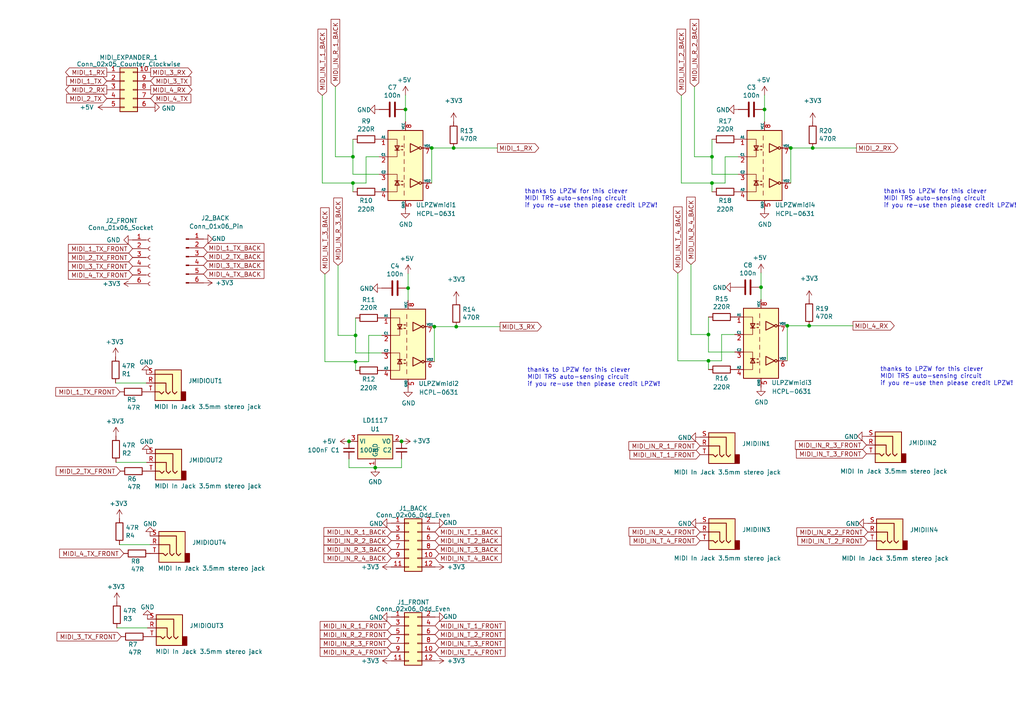
<source format=kicad_sch>
(kicad_sch (version 20230121) (generator eeschema)
  (paper "A4")
  (lib_symbols
    (symbol "CV12 Feb 22 with lpzw midi 5v-rescue:AudioJack3-Connector"
      (property "Reference" "J" (at 0 8.89 0))
      (property "Value" "Connector_AudioJack3" (at 0 6.35 0))
      (symbol "AudioJack3-Connector_0_1"
        (rectangle (start -5.08 -5.08) (end -6.35 -2.54) (stroke (width 0.254)) (fill (type outline)))
        (polyline (pts (xy 0 -2.54) (xy 0.635 -3.175) (xy 1.27 -2.54) (xy 2.54 -2.54)) (stroke (width 0.254)))
        (polyline (pts (xy -1.905 -2.54) (xy -1.27 -3.175) (xy -0.635 -2.54) (xy -0.635 0) (xy 2.54 0)) (stroke (width 0.254)))
        (polyline (pts (xy 2.54 2.54) (xy -2.54 2.54) (xy -2.54 -2.54) (xy -3.175 -3.175) (xy -3.81 -2.54)) (stroke (width 0.254)))
        (rectangle (start 2.54 3.81) (end -5.08 -5.08) (stroke (width 0.254)) (fill (type background)))
      )
      (symbol "AudioJack3-Connector_1_1"
        (pin passive line (at 5.08 0 180) (length 2.54) (name "~") (number "R"))
        (pin passive line (at 5.08 2.54 180) (length 2.54) (name "~") (number "S"))
        (pin passive line (at 5.08 -2.54 180) (length 2.54) (name "~") (number "T"))
      )
    )
    (symbol "Connector:Conn_01x06_Pin" (pin_names (offset 1.016) hide)
      (property "Reference" "J" (at 0 7.62 0))
      (property "Value" "Conn_01x06_Pin" (at 0 -10.16 0))
      (symbol "Conn_01x06_Pin_1_1"
        (polyline (pts (xy 1.27 -7.62) (xy 0.8636 -7.62)) (stroke (width 0.1524)))
        (polyline (pts (xy 1.27 -5.08) (xy 0.8636 -5.08)) (stroke (width 0.1524)))
        (polyline (pts (xy 1.27 -2.54) (xy 0.8636 -2.54)) (stroke (width 0.1524)))
        (polyline (pts (xy 1.27 0) (xy 0.8636 0)) (stroke (width 0.1524)))
        (polyline (pts (xy 1.27 2.54) (xy 0.8636 2.54)) (stroke (width 0.1524)))
        (polyline (pts (xy 1.27 5.08) (xy 0.8636 5.08)) (stroke (width 0.1524)))
        (rectangle (start 0.8636 -7.493) (end 0 -7.747) (stroke (width 0.1524)) (fill (type outline)))
        (rectangle (start 0.8636 -4.953) (end 0 -5.207) (stroke (width 0.1524)) (fill (type outline)))
        (rectangle (start 0.8636 -2.413) (end 0 -2.667) (stroke (width 0.1524)) (fill (type outline)))
        (rectangle (start 0.8636 0.127) (end 0 -0.127) (stroke (width 0.1524)) (fill (type outline)))
        (rectangle (start 0.8636 2.667) (end 0 2.413) (stroke (width 0.1524)) (fill (type outline)))
        (rectangle (start 0.8636 5.207) (end 0 4.953) (stroke (width 0.1524)) (fill (type outline)))
        (pin passive line (at 5.08 5.08 180) (length 3.81) (name "Pin_1") (number "1"))
        (pin passive line (at 5.08 2.54 180) (length 3.81) (name "Pin_2") (number "2"))
        (pin passive line (at 5.08 0 180) (length 3.81) (name "Pin_3") (number "3"))
        (pin passive line (at 5.08 -2.54 180) (length 3.81) (name "Pin_4") (number "4"))
        (pin passive line (at 5.08 -5.08 180) (length 3.81) (name "Pin_5") (number "5"))
        (pin passive line (at 5.08 -7.62 180) (length 3.81) (name "Pin_6") (number "6"))
      )
    )
    (symbol "Connector:Conn_01x06_Socket" (pin_names (offset 1.016) hide)
      (property "Reference" "J" (at 0 7.62 0))
      (property "Value" "Conn_01x06_Socket" (at 0 -10.16 0))
      (symbol "Conn_01x06_Socket_1_1"
        (arc (start 0 -7.112) (mid -0.5058 -7.62) (end 0 -8.128) (stroke (width 0.1524)))
        (arc (start 0 -4.572) (mid -0.5058 -5.08) (end 0 -5.588) (stroke (width 0.1524)))
        (arc (start 0 -2.032) (mid -0.5058 -2.54) (end 0 -3.048) (stroke (width 0.1524)))
        (polyline (pts (xy -1.27 -7.62) (xy -0.508 -7.62)) (stroke (width 0.1524)))
        (polyline (pts (xy -1.27 -5.08) (xy -0.508 -5.08)) (stroke (width 0.1524)))
        (polyline (pts (xy -1.27 -2.54) (xy -0.508 -2.54)) (stroke (width 0.1524)))
        (polyline (pts (xy -1.27 0) (xy -0.508 0)) (stroke (width 0.1524)))
        (polyline (pts (xy -1.27 2.54) (xy -0.508 2.54)) (stroke (width 0.1524)))
        (polyline (pts (xy -1.27 5.08) (xy -0.508 5.08)) (stroke (width 0.1524)))
        (arc (start 0 0.508) (mid -0.5058 0) (end 0 -0.508) (stroke (width 0.1524)))
        (arc (start 0 3.048) (mid -0.5058 2.54) (end 0 2.032) (stroke (width 0.1524)))
        (arc (start 0 5.588) (mid -0.5058 5.08) (end 0 4.572) (stroke (width 0.1524)))
        (pin passive line (at -5.08 5.08 0) (length 3.81) (name "Pin_1") (number "1"))
        (pin passive line (at -5.08 2.54 0) (length 3.81) (name "Pin_2") (number "2"))
        (pin passive line (at -5.08 0 0) (length 3.81) (name "Pin_3") (number "3"))
        (pin passive line (at -5.08 -2.54 0) (length 3.81) (name "Pin_4") (number "4"))
        (pin passive line (at -5.08 -5.08 0) (length 3.81) (name "Pin_5") (number "5"))
        (pin passive line (at -5.08 -7.62 0) (length 3.81) (name "Pin_6") (number "6"))
      )
    )
    (symbol "Connector_Generic:Conn_02x05_Counter_Clockwise" (pin_names (offset 1.016) hide)
      (property "Reference" "J" (at 1.27 7.62 0))
      (property "Value" "Conn_02x05_Counter_Clockwise" (at 1.27 -7.62 0))
      (symbol "Conn_02x05_Counter_Clockwise_1_1"
        (rectangle (start -1.27 -4.953) (end 0 -5.207) (stroke (width 0.1524)))
        (rectangle (start -1.27 -2.413) (end 0 -2.667) (stroke (width 0.1524)))
        (rectangle (start -1.27 0.127) (end 0 -0.127) (stroke (width 0.1524)))
        (rectangle (start -1.27 2.667) (end 0 2.413) (stroke (width 0.1524)))
        (rectangle (start -1.27 5.207) (end 0 4.953) (stroke (width 0.1524)))
        (rectangle (start -1.27 6.35) (end 3.81 -6.35) (stroke (width 0.254)) (fill (type background)))
        (rectangle (start 3.81 -4.953) (end 2.54 -5.207) (stroke (width 0.1524)))
        (rectangle (start 3.81 -2.413) (end 2.54 -2.667) (stroke (width 0.1524)))
        (rectangle (start 3.81 0.127) (end 2.54 -0.127) (stroke (width 0.1524)))
        (rectangle (start 3.81 2.667) (end 2.54 2.413) (stroke (width 0.1524)))
        (rectangle (start 3.81 5.207) (end 2.54 4.953) (stroke (width 0.1524)))
        (pin passive line (at -5.08 5.08 0) (length 3.81) (name "Pin_1") (number "1"))
        (pin passive line (at 7.62 5.08 180) (length 3.81) (name "Pin_10") (number "10"))
        (pin passive line (at -5.08 2.54 0) (length 3.81) (name "Pin_2") (number "2"))
        (pin passive line (at -5.08 0 0) (length 3.81) (name "Pin_3") (number "3"))
        (pin passive line (at -5.08 -2.54 0) (length 3.81) (name "Pin_4") (number "4"))
        (pin passive line (at -5.08 -5.08 0) (length 3.81) (name "Pin_5") (number "5"))
        (pin passive line (at 7.62 -5.08 180) (length 3.81) (name "Pin_6") (number "6"))
        (pin passive line (at 7.62 -2.54 180) (length 3.81) (name "Pin_7") (number "7"))
        (pin passive line (at 7.62 0 180) (length 3.81) (name "Pin_8") (number "8"))
        (pin passive line (at 7.62 2.54 180) (length 3.81) (name "Pin_9") (number "9"))
      )
    )
    (symbol "Connector_Generic:Conn_02x06_Odd_Even" (pin_names (offset 1.016) hide)
      (property "Reference" "J" (at 1.27 7.62 0))
      (property "Value" "Conn_02x06_Odd_Even" (at 1.27 -10.16 0))
      (symbol "Conn_02x06_Odd_Even_1_1"
        (rectangle (start -1.27 -7.493) (end 0 -7.747) (stroke (width 0.1524)))
        (rectangle (start -1.27 -4.953) (end 0 -5.207) (stroke (width 0.1524)))
        (rectangle (start -1.27 -2.413) (end 0 -2.667) (stroke (width 0.1524)))
        (rectangle (start -1.27 0.127) (end 0 -0.127) (stroke (width 0.1524)))
        (rectangle (start -1.27 2.667) (end 0 2.413) (stroke (width 0.1524)))
        (rectangle (start -1.27 5.207) (end 0 4.953) (stroke (width 0.1524)))
        (rectangle (start -1.27 6.35) (end 3.81 -8.89) (stroke (width 0.254)) (fill (type background)))
        (rectangle (start 3.81 -7.493) (end 2.54 -7.747) (stroke (width 0.1524)))
        (rectangle (start 3.81 -4.953) (end 2.54 -5.207) (stroke (width 0.1524)))
        (rectangle (start 3.81 -2.413) (end 2.54 -2.667) (stroke (width 0.1524)))
        (rectangle (start 3.81 0.127) (end 2.54 -0.127) (stroke (width 0.1524)))
        (rectangle (start 3.81 2.667) (end 2.54 2.413) (stroke (width 0.1524)))
        (rectangle (start 3.81 5.207) (end 2.54 4.953) (stroke (width 0.1524)))
        (pin passive line (at -5.08 5.08 0) (length 3.81) (name "Pin_1") (number "1"))
        (pin passive line (at 7.62 -5.08 180) (length 3.81) (name "Pin_10") (number "10"))
        (pin passive line (at -5.08 -7.62 0) (length 3.81) (name "Pin_11") (number "11"))
        (pin passive line (at 7.62 -7.62 180) (length 3.81) (name "Pin_12") (number "12"))
        (pin passive line (at 7.62 5.08 180) (length 3.81) (name "Pin_2") (number "2"))
        (pin passive line (at -5.08 2.54 0) (length 3.81) (name "Pin_3") (number "3"))
        (pin passive line (at 7.62 2.54 180) (length 3.81) (name "Pin_4") (number "4"))
        (pin passive line (at -5.08 0 0) (length 3.81) (name "Pin_5") (number "5"))
        (pin passive line (at 7.62 0 180) (length 3.81) (name "Pin_6") (number "6"))
        (pin passive line (at -5.08 -2.54 0) (length 3.81) (name "Pin_7") (number "7"))
        (pin passive line (at 7.62 -2.54 180) (length 3.81) (name "Pin_8") (number "8"))
        (pin passive line (at -5.08 -5.08 0) (length 3.81) (name "Pin_9") (number "9"))
      )
    )
    (symbol "Device:C" (pin_numbers hide) (pin_names (offset 0.254))
      (property "Reference" "C" (at 0.635 2.54 0))
      (property "Value" "C" (at 0.635 -2.54 0))
      (symbol "C_0_1"
        (polyline (pts (xy -2.032 -0.762) (xy 2.032 -0.762)) (stroke (width 0.508)))
        (polyline (pts (xy -2.032 0.762) (xy 2.032 0.762)) (stroke (width 0.508)))
      )
      (symbol "C_1_1"
        (pin passive line (at 0 3.81 270) (length 2.794) (name "~") (number "1"))
        (pin passive line (at 0 -3.81 90) (length 2.794) (name "~") (number "2"))
      )
    )
    (symbol "Device:C_Small" (pin_numbers hide) (pin_names (offset 0.254) hide)
      (property "Reference" "C" (at 0.254 1.778 0))
      (property "Value" "C_Small" (at 0.254 -2.032 0))
      (symbol "C_Small_0_1"
        (polyline (pts (xy -1.524 -0.508) (xy 1.524 -0.508)) (stroke (width 0.3302)))
        (polyline (pts (xy -1.524 0.508) (xy 1.524 0.508)) (stroke (width 0.3048)))
      )
      (symbol "C_Small_1_1"
        (pin passive line (at 0 2.54 270) (length 2.032) (name "~") (number "1"))
        (pin passive line (at 0 -2.54 90) (length 2.032) (name "~") (number "2"))
      )
    )
    (symbol "Device:R" (pin_numbers hide) (pin_names (offset 0))
      (property "Reference" "R" (at 2.032 0 90))
      (property "Value" "R" (at 0 0 90))
      (symbol "R_0_1"
        (rectangle (start -1.016 -2.54) (end 1.016 2.54) (stroke (width 0.254)))
      )
      (symbol "R_1_1"
        (pin passive line (at 0 3.81 270) (length 1.27) (name "~") (number "1"))
        (pin passive line (at 0 -3.81 90) (length 1.27) (name "~") (number "2"))
      )
    )
    (symbol "Isolator:HCPL-0631" (pin_names (offset 0))
      (property "Reference" "U" (at -4.064 11.43 0))
      (property "Value" "HCPL-0631" (at 7.874 11.43 0))
      (symbol "HCPL-0631_0_1"
        (rectangle (start -5.08 10.16) (end 5.08 -10.16) (stroke (width 0.254)) (fill (type background)))
      )
      (symbol "HCPL-0631_1_1"
        (polyline (pts (xy -3.048 -4.445) (xy -1.778 -4.445)) (stroke (width 0.254)))
        (polyline (pts (xy -3.048 4.445) (xy -1.778 4.445)) (stroke (width 0.254)))
        (polyline (pts (xy -0.381 -7.366) (xy -0.381 -8.636)))
        (polyline (pts (xy -0.381 -5.08) (xy -0.381 -6.35)))
        (polyline (pts (xy -0.381 -2.794) (xy -0.381 -4.064)))
        (polyline (pts (xy -0.381 -0.508) (xy -0.381 -1.778)))
        (polyline (pts (xy -0.381 1.778) (xy -0.381 0.508)))
        (polyline (pts (xy -0.381 4.064) (xy -0.381 2.794)))
        (polyline (pts (xy -0.381 6.35) (xy -0.381 5.08)))
        (polyline (pts (xy -0.381 8.636) (xy -0.381 7.366)))
        (polyline (pts (xy 4.699 -5.08) (xy 5.207 -5.08)) (stroke (width 0.254)))
        (polyline (pts (xy 4.699 5.08) (xy 5.334 5.08)) (stroke (width 0.254)))
        (polyline (pts (xy -4.953 -7.62) (xy -2.413 -7.62) (xy -2.413 -5.715)))
        (polyline (pts (xy -4.953 7.62) (xy -2.413 7.62) (xy -2.413 4.318)))
        (polyline (pts (xy -2.413 -5.842) (xy -2.413 -2.54) (xy -4.953 -2.54)))
        (polyline (pts (xy -2.413 4.445) (xy -2.413 2.54) (xy -4.953 2.54)))
        (polyline (pts (xy -2.413 -4.445) (xy -3.048 -5.715) (xy -1.778 -5.715) (xy -2.413 -4.445)) (stroke (width 0.254)))
        (polyline (pts (xy -2.413 4.445) (xy -3.048 5.715) (xy -1.778 5.715) (xy -2.413 4.445)) (stroke (width 0.254)))
        (polyline (pts (xy 3.937 -5.08) (xy 1.397 -3.81) (xy 1.397 -6.35) (xy 3.937 -5.08)) (stroke (width 0.254)))
        (polyline (pts (xy 3.937 5.08) (xy 1.397 6.35) (xy 1.397 3.81) (xy 3.937 5.08)) (stroke (width 0.254)))
        (polyline (pts (xy -1.397 -5.588) (xy -0.635 -5.588) (xy -1.016 -5.715) (xy -1.016 -5.461) (xy -0.635 -5.588)) (stroke (width 0.127)))
        (polyline (pts (xy -1.397 -4.572) (xy -0.635 -4.572) (xy -1.016 -4.699) (xy -1.016 -4.445) (xy -0.635 -4.572)) (stroke (width 0.127)))
        (polyline (pts (xy -1.397 4.572) (xy -0.635 4.572) (xy -1.016 4.445) (xy -1.016 4.699) (xy -0.635 4.572)) (stroke (width 0.127)))
        (polyline (pts (xy -1.397 5.588) (xy -0.635 5.588) (xy -1.016 5.461) (xy -1.016 5.715) (xy -0.635 5.588)) (stroke (width 0.127)))
        (circle (center 4.318 -5.08) (radius 0.3556) (stroke (width 0.254)))
        (circle (center 4.318 5.08) (radius 0.3556) (stroke (width 0.254)))
        (pin passive line (at -7.62 7.62 0) (length 2.54) (name "A1") (number "1"))
        (pin passive line (at -7.62 2.54 0) (length 2.54) (name "C1") (number "2"))
        (pin passive line (at -7.62 -2.54 0) (length 2.54) (name "C2") (number "3"))
        (pin passive line (at -7.62 -7.62 0) (length 2.54) (name "A2") (number "4"))
        (pin power_in line (at 0 -12.7 90) (length 2.54) (name "GND") (number "5"))
        (pin open_collector line (at 7.62 -5.08 180) (length 2.54) (name "VO2") (number "6"))
        (pin open_collector line (at 7.62 5.08 180) (length 2.54) (name "VO1") (number "7"))
        (pin power_in line (at 0 12.7 270) (length 2.54) (name "VCC") (number "8"))
      )
    )
    (symbol "Regulator_Linear:LD1117S33TR_SOT223"
      (property "Reference" "U" (at -3.81 3.175 0))
      (property "Value" "LD1117S33TR_SOT223" (at 0 3.175 0))
      (symbol "LD1117S33TR_SOT223_0_1"
        (rectangle (start -5.08 -5.08) (end 5.08 1.905) (stroke (width 0.254)) (fill (type background)))
      )
      (symbol "LD1117S33TR_SOT223_1_1"
        (pin power_in line (at 0 -7.62 90) (length 2.54) (name "GND") (number "1"))
        (pin power_out line (at 7.62 0 180) (length 2.54) (name "VO") (number "2"))
        (pin power_in line (at -7.62 0 0) (length 2.54) (name "VI") (number "3"))
      )
    )
    (symbol "power:+3V3" (power) (pin_names (offset 0))
      (property "Value" "+3V3" (at 0 3.556 0))
      (symbol "+3V3_0_1"
        (polyline (pts (xy -0.762 1.27) (xy 0 2.54)))
        (polyline (pts (xy 0 0) (xy 0 2.54)))
        (polyline (pts (xy 0 2.54) (xy 0.762 1.27)))
      )
      (symbol "+3V3_1_1"
        (pin power_in line (at 0 0 90) (length 0) hide (name "+3V3") (number "1"))
      )
    )
    (symbol "power:+5V" (power) (pin_names (offset 0))
      (property "Value" "+5V" (at 0 3.556 0))
      (symbol "+5V_0_1"
        (polyline (pts (xy -0.762 1.27) (xy 0 2.54)))
        (polyline (pts (xy 0 0) (xy 0 2.54)))
        (polyline (pts (xy 0 2.54) (xy 0.762 1.27)))
      )
      (symbol "+5V_1_1"
        (pin power_in line (at 0 0 90) (length 0) hide (name "+5V") (number "1"))
      )
    )
    (symbol "power:GND" (power) (pin_names (offset 0))
      (property "Value" "GND" (at 0 -3.81 0))
      (symbol "GND_0_1"
        (polyline (pts (xy 0 0) (xy 0 -1.27) (xy 1.27 -1.27) (xy 0 -2.54) (xy -1.27 -1.27) (xy 0 -1.27)))
      )
      (symbol "GND_1_1"
        (pin power_in line (at 0 0 270) (length 0) hide (name "GND") (number "1"))
      )
    )
  )
  (junction (at 116.459 128.016))
  (junction (at 102.362 53.086))
  (junction (at 131.572 42.926))
  (junction (at 206.502 53.086))
  (junction (at 103.124 97.282))
  (junction (at 228.346 94.488))
  (junction (at 108.839 135.636))
  (junction (at 205.486 97.028))
  (junction (at 221.742 31.75))
  (junction (at 234.696 94.488))
  (junction (at 206.502 45.466))
  (junction (at 117.602 31.75))
  (junction (at 103.124 104.902))
  (junction (at 125.984 94.742))
  (junction (at 229.362 42.926))
  (junction (at 125.222 42.926))
  (junction (at 118.364 83.566))
  (junction (at 220.726 83.312))
  (junction (at 132.334 94.742))
  (junction (at 235.712 42.926))
  (junction (at 101.219 128.016))
  (junction (at 205.486 104.648))
  (junction (at 102.362 45.466))
  (wire (pts (xy 213.106 97.028) (xy 209.296 97.028)))
  (wire (pts (xy 106.934 97.282) (xy 106.934 104.902)))
  (wire (pts (xy 97.282 45.466) (xy 102.362 45.466)))
  (wire (pts (xy 117.602 31.75) (xy 117.602 35.306)))
  (wire (pts (xy 33.8836 182.118) (xy 42.7736 182.118)))
  (wire (pts (xy 197.612 53.086) (xy 206.502 53.086)))
  (wire (pts (xy 110.744 102.362) (xy 103.124 102.362)))
  (wire (pts (xy 220.726 79.1464) (xy 220.726 83.312)))
  (wire (pts (xy 213.106 102.108) (xy 205.486 102.108)))
  (wire (pts (xy 106.934 104.902) (xy 103.124 104.902)))
  (wire (pts (xy 125.222 42.926) (xy 125.222 53.086)))
  (wire (pts (xy 197.612 27.686) (xy 197.612 53.086)))
  (wire (pts (xy 97.282 25.146) (xy 97.282 45.466)))
  (wire (pts (xy 214.122 45.466) (xy 210.312 45.466)))
  (wire (pts (xy 110.744 97.282) (xy 106.934 97.282)))
  (wire (pts (xy 106.172 53.086) (xy 102.362 53.086)))
  (wire (pts (xy 116.459 133.096) (xy 116.459 135.636)))
  (wire (pts (xy 102.362 53.086) (xy 102.362 55.626)))
  (wire (pts (xy 196.596 79.248) (xy 196.596 104.648)))
  (wire (pts (xy 118.364 79.4004) (xy 118.364 83.566)))
  (wire (pts (xy 125.984 94.742) (xy 132.334 94.742)))
  (wire (pts (xy 221.742 31.75) (xy 221.742 35.306)))
  (wire (pts (xy 228.346 94.488) (xy 228.346 104.648)))
  (wire (pts (xy 201.422 25.146) (xy 201.422 45.466)))
  (wire (pts (xy 103.124 104.902) (xy 103.124 107.442)))
  (wire (pts (xy 103.124 97.282) (xy 103.124 102.362)))
  (wire (pts (xy 102.362 45.466) (xy 102.362 50.546)))
  (wire (pts (xy 33.528 111.0996) (xy 42.418 111.0996)))
  (wire (pts (xy 206.502 53.086) (xy 206.502 55.626)))
  (wire (pts (xy 108.839 135.636) (xy 101.219 135.636)))
  (wire (pts (xy 132.334 94.742) (xy 145.034 94.742)))
  (wire (pts (xy 209.296 104.648) (xy 205.486 104.648)))
  (wire (pts (xy 117.602 27.5844) (xy 117.602 31.75)))
  (wire (pts (xy 214.122 50.546) (xy 206.502 50.546)))
  (wire (pts (xy 94.234 79.502) (xy 94.234 104.902)))
  (wire (pts (xy 229.362 42.926) (xy 229.362 53.086)))
  (wire (pts (xy 200.406 97.028) (xy 205.486 97.028)))
  (wire (pts (xy 220.726 83.312) (xy 220.726 86.868)))
  (wire (pts (xy 118.364 83.566) (xy 118.364 87.122)))
  (wire (pts (xy 209.296 97.028) (xy 209.296 104.648)))
  (wire (pts (xy 131.572 42.926) (xy 144.272 42.926)))
  (wire (pts (xy 205.486 91.948) (xy 205.486 97.028)))
  (wire (pts (xy 34.6456 157.988) (xy 43.5356 157.988)))
  (wire (pts (xy 206.502 40.386) (xy 206.502 45.466)))
  (wire (pts (xy 206.502 45.466) (xy 206.502 50.546)))
  (wire (pts (xy 93.472 27.686) (xy 93.472 53.086)))
  (wire (pts (xy 229.362 42.926) (xy 235.712 42.926)))
  (wire (pts (xy 235.712 42.926) (xy 248.412 42.926)))
  (wire (pts (xy 228.346 94.488) (xy 234.696 94.488)))
  (wire (pts (xy 109.982 45.466) (xy 106.172 45.466)))
  (wire (pts (xy 200.406 76.708) (xy 200.406 97.028)))
  (wire (pts (xy 102.362 40.386) (xy 102.362 45.466)))
  (wire (pts (xy 210.312 53.086) (xy 206.502 53.086)))
  (wire (pts (xy 109.982 50.546) (xy 102.362 50.546)))
  (wire (pts (xy 201.422 45.466) (xy 206.502 45.466)))
  (wire (pts (xy 103.124 92.202) (xy 103.124 97.282)))
  (wire (pts (xy 125.984 94.742) (xy 125.984 104.902)))
  (wire (pts (xy 108.839 135.636) (xy 116.459 135.636)))
  (wire (pts (xy 210.312 45.466) (xy 210.312 53.086)))
  (wire (pts (xy 33.6296 134.112) (xy 42.5196 134.112)))
  (wire (pts (xy 101.219 135.636) (xy 101.219 133.096)))
  (wire (pts (xy 234.696 94.488) (xy 247.396 94.488)))
  (wire (pts (xy 93.472 53.086) (xy 102.362 53.086)))
  (wire (pts (xy 98.044 76.962) (xy 98.044 97.282)))
  (wire (pts (xy 221.742 27.5844) (xy 221.742 31.75)))
  (wire (pts (xy 94.234 104.902) (xy 103.124 104.902)))
  (wire (pts (xy 205.486 97.028) (xy 205.486 102.108)))
  (wire (pts (xy 106.172 45.466) (xy 106.172 53.086)))
  (wire (pts (xy 205.486 104.648) (xy 205.486 107.188)))
  (wire (pts (xy 125.222 42.926) (xy 131.572 42.926)))
  (wire (pts (xy 98.044 97.282) (xy 103.124 97.282)))
  (wire (pts (xy 196.596 104.648) (xy 205.486 104.648)))
  (text "thanks to LPZW for this clever \nMIDI TRS auto-sensing circuit \nif you re-use then please credit LPZW!" (at 152.908 112.268 0) (effects (font (size 1.27 1.27)) (justify left bottom)))
  (text "thanks to LPZW for this clever \nMIDI TRS auto-sensing circuit \nif you re-use then please credit LPZW!" (at 255.27 112.014 0) (effects (font (size 1.27 1.27)) (justify left bottom)))
  (text "thanks to LPZW for this clever \nMIDI TRS auto-sensing circuit \nif you re-use then please credit LPZW!" (at 256.286 60.452 0) (effects (font (size 1.27 1.27)) (justify left bottom)))
  (text "thanks to LPZW for this clever \nMIDI TRS auto-sensing circuit \nif you re-use then please credit LPZW!" (at 152.146 60.452 0) (effects (font (size 1.27 1.27)) (justify left bottom)))
  (global_label "MIDI_1_TX_BACK" (shape input) (at 59.0296 71.882 0) (property "Intersheetrefs" "${INTERSHEET_REFS}" (effects hide)))
  (global_label "MIDI_4_TX_FRONT" (shape input) (at 38.4556 79.756 180) (property "Intersheetrefs" "${INTERSHEET_REFS}" (effects hide)))
  (global_label "MIDI_IN_R_4_FRONT" (shape input) (at 203.0476 154.2796 180) (property "Intersheetrefs" "${INTERSHEET_REFS}" (effects hide)))
  (global_label "MIDI_IN_T_4_FRONT" (shape input) (at 203.0476 156.8196 180) (property "Intersheetrefs" "${INTERSHEET_REFS}" (effects hide)))
  (global_label "MIDI_IN_T_3_BACK" (shape input) (at 94.234 79.502 90) (property "Intersheetrefs" "${INTERSHEET_REFS}" (effects hide)))
  (global_label "MIDI_IN_R_2_FRONT" (shape input) (at 113.4872 184.0484 180) (property "Intersheetrefs" "${INTERSHEET_REFS}" (effects hide)))
  (global_label "MIDI_2_RX" (shape output) (at 248.412 42.926 0) (property "Intersheetrefs" "${INTERSHEET_REFS}" (effects hide)))
  (global_label "MIDI_IN_T_2_FRONT" (shape input) (at 251.714 156.8704 180) (property "Intersheetrefs" "${INTERSHEET_REFS}" (effects hide)))
  (global_label "MIDI_2_TX" (shape input) (at 30.988 28.575 180) (property "Intersheetrefs" "${INTERSHEET_REFS}" (effects hide)))
  (global_label "MIDI_3_TX" (shape input) (at 43.688 23.495 0) (property "Intersheetrefs" "${INTERSHEET_REFS}" (effects hide)))
  (global_label "MIDI_IN_R_1_BACK" (shape input) (at 97.282 25.146 90) (property "Intersheetrefs" "${INTERSHEET_REFS}" (effects hide)))
  (global_label "MIDI_IN_R_4_FRONT" (shape input) (at 113.4872 189.1284 180) (property "Intersheetrefs" "${INTERSHEET_REFS}" (effects hide)))
  (global_label "MIDI_IN_T_1_BACK" (shape input) (at 93.472 27.686 90) (property "Intersheetrefs" "${INTERSHEET_REFS}" (effects hide)))
  (global_label "MIDI_3_RX" (shape output) (at 145.034 94.742 0) (property "Intersheetrefs" "${INTERSHEET_REFS}" (effects hide)))
  (global_label "MIDI_IN_T_3_BACK" (shape input) (at 126.1872 159.3596 0) (property "Intersheetrefs" "${INTERSHEET_REFS}" (effects hide)))
  (global_label "MIDI_IN_R_3_BACK" (shape input) (at 98.044 76.962 90) (property "Intersheetrefs" "${INTERSHEET_REFS}" (effects hide)))
  (global_label "MIDI_IN_T_4_BACK" (shape input) (at 196.596 79.248 90) (property "Intersheetrefs" "${INTERSHEET_REFS}" (effects hide)))
  (global_label "MIDI_4_TX_FRONT" (shape input) (at 35.9156 160.528 180) (property "Intersheetrefs" "${INTERSHEET_REFS}" (effects hide)))
  (global_label "MIDI_3_TX_BACK" (shape input) (at 59.0296 76.962 0) (property "Intersheetrefs" "${INTERSHEET_REFS}" (effects hide)))
  (global_label "MIDI_1_RX" (shape output) (at 144.272 42.926 0) (property "Intersheetrefs" "${INTERSHEET_REFS}" (effects hide)))
  (global_label "MIDI_IN_R_3_FRONT" (shape input) (at 113.4872 186.5884 180) (property "Intersheetrefs" "${INTERSHEET_REFS}" (effects hide)))
  (global_label "MIDI_4_RX" (shape output) (at 43.688 26.035 0) (property "Intersheetrefs" "${INTERSHEET_REFS}" (effects hide)))
  (global_label "MIDI_3_TX_FRONT" (shape input) (at 38.4556 77.216 180) (property "Intersheetrefs" "${INTERSHEET_REFS}" (effects hide)))
  (global_label "MIDI_IN_R_4_BACK" (shape input) (at 113.4872 161.8996 180) (property "Intersheetrefs" "${INTERSHEET_REFS}" (effects hide)))
  (global_label "MIDI_IN_T_4_BACK" (shape input) (at 126.1872 161.8996 0) (property "Intersheetrefs" "${INTERSHEET_REFS}" (effects hide)))
  (global_label "MIDI_4_TX" (shape input) (at 43.688 28.575 0) (property "Intersheetrefs" "${INTERSHEET_REFS}" (effects hide)))
  (global_label "MIDI_2_TX_FRONT" (shape input) (at 34.8996 136.652 180) (property "Intersheetrefs" "${INTERSHEET_REFS}" (effects hide)))
  (global_label "MIDI_IN_T_1_FRONT" (shape input) (at 203.0222 131.8768 180) (property "Intersheetrefs" "${INTERSHEET_REFS}" (effects hide)))
  (global_label "MIDI_4_TX_BACK" (shape input) (at 59.0296 79.502 0) (property "Intersheetrefs" "${INTERSHEET_REFS}" (effects hide)))
  (global_label "MIDI_IN_R_1_FRONT" (shape input) (at 113.4872 181.5084 180) (property "Intersheetrefs" "${INTERSHEET_REFS}" (effects hide)))
  (global_label "MIDI_IN_R_2_BACK" (shape input) (at 113.4872 156.8196 180) (property "Intersheetrefs" "${INTERSHEET_REFS}" (effects hide)))
  (global_label "MIDI_IN_R_1_BACK" (shape input) (at 113.4872 154.2796 180) (property "Intersheetrefs" "${INTERSHEET_REFS}" (effects hide)))
  (global_label "MIDI_1_RX" (shape output) (at 30.988 20.955 180) (property "Intersheetrefs" "${INTERSHEET_REFS}" (effects hide)))
  (global_label "MIDI_IN_T_3_FRONT" (shape input) (at 126.1872 186.5884 0) (property "Intersheetrefs" "${INTERSHEET_REFS}" (effects hide)))
  (global_label "MIDI_IN_T_3_FRONT" (shape input) (at 251.3076 131.6228 180) (property "Intersheetrefs" "${INTERSHEET_REFS}" (effects hide)))
  (global_label "MIDI_IN_T_2_FRONT" (shape input) (at 126.1872 184.0484 0) (property "Intersheetrefs" "${INTERSHEET_REFS}" (effects hide)))
  (global_label "MIDI_IN_R_2_BACK" (shape input) (at 201.422 25.146 90) (property "Intersheetrefs" "${INTERSHEET_REFS}" (effects hide)))
  (global_label "MIDI_IN_T_1_BACK" (shape input) (at 126.1872 154.2796 0) (property "Intersheetrefs" "${INTERSHEET_REFS}" (effects hide)))
  (global_label "MIDI_2_TX_FRONT" (shape input) (at 38.4556 74.676 180) (property "Intersheetrefs" "${INTERSHEET_REFS}" (effects hide)))
  (global_label "MIDI_2_TX_BACK" (shape input) (at 59.0296 74.422 0) (property "Intersheetrefs" "${INTERSHEET_REFS}" (effects hide)))
  (global_label "MIDI_3_TX_FRONT" (shape input) (at 35.1536 184.658 180) (property "Intersheetrefs" "${INTERSHEET_REFS}" (effects hide)))
  (global_label "MIDI_IN_R_1_FRONT" (shape input) (at 203.0222 129.3368 180) (property "Intersheetrefs" "${INTERSHEET_REFS}" (effects hide)))
  (global_label "MIDI_2_RX" (shape output) (at 30.988 26.035 180) (property "Intersheetrefs" "${INTERSHEET_REFS}" (effects hide)))
  (global_label "MIDI_IN_T_1_FRONT" (shape input) (at 126.1872 181.5084 0) (property "Intersheetrefs" "${INTERSHEET_REFS}" (effects hide)))
  (global_label "MIDI_IN_R_3_BACK" (shape input) (at 113.4872 159.3596 180) (property "Intersheetrefs" "${INTERSHEET_REFS}" (effects hide)))
  (global_label "MIDI_IN_R_2_FRONT" (shape input) (at 251.714 154.3304 180) (property "Intersheetrefs" "${INTERSHEET_REFS}" (effects hide)))
  (global_label "MIDI_4_RX" (shape output) (at 247.396 94.488 0) (property "Intersheetrefs" "${INTERSHEET_REFS}" (effects hide)))
  (global_label "MIDI_1_TX" (shape input) (at 30.988 23.495 180) (property "Intersheetrefs" "${INTERSHEET_REFS}" (effects hide)))
  (global_label "MIDI_1_TX_FRONT" (shape input) (at 38.4556 72.136 180) (property "Intersheetrefs" "${INTERSHEET_REFS}" (effects hide)))
  (global_label "MIDI_IN_R_4_BACK" (shape input) (at 200.406 76.708 90) (property "Intersheetrefs" "${INTERSHEET_REFS}" (effects hide)))
  (global_label "MIDI_IN_R_3_FRONT" (shape input) (at 251.3076 129.0828 180) (property "Intersheetrefs" "${INTERSHEET_REFS}" (effects hide)))
  (global_label "MIDI_IN_T_2_BACK" (shape input) (at 126.1872 156.8196 0) (property "Intersheetrefs" "${INTERSHEET_REFS}" (effects hide)))
  (global_label "MIDI_IN_T_2_BACK" (shape input) (at 197.612 27.686 90) (property "Intersheetrefs" "${INTERSHEET_REFS}" (effects hide)))
  (global_label "MIDI_1_TX_FRONT" (shape input) (at 34.798 113.6396 180) (property "Intersheetrefs" "${INTERSHEET_REFS}" (effects hide)))
  (global_label "MIDI_IN_T_4_FRONT" (shape input) (at 126.1872 189.1284 0) (property "Intersheetrefs" "${INTERSHEET_REFS}" (effects hide)))
  (global_label "MIDI_3_RX" (shape output) (at 43.688 20.955 0) (property "Intersheetrefs" "${INTERSHEET_REFS}" (effects hide)))
  (symbol (lib_id "power:+3V3") (at 34.6456 150.368 0) (unit 1)
    (property "Reference" "#PWR04" (effects hide))
    (property "Value" "+3V3" (at 34.3916 146.05 0))
  )
  (symbol (lib_id "power:GND") (at 213.106 83.312 270) (unit 1)
    (property "Reference" "#PWR026" (effects hide))
    (property "Value" "GND" (at 208.7118 83.439 90))
  )
  (symbol (lib_id "Device:R") (at 209.296 107.188 270) (unit 1)
    (property "Reference" "R16" (at 209.296 109.728 90))
    (property "Value" "220R" (at 209.296 112.268 90))
    (property "Footprint" "Resistor_THT:R_Axial_DIN0207_L6.3mm_D2.5mm_P7.62mm_Horizontal" (effects hide))
  )
  (symbol (lib_id "power:+3V3") (at 38.4556 82.296 90) (mirror x) (unit 1)
    (property "Reference" "#PWR049" (effects hide))
    (property "Value" "+3V3" (at 32.3596 82.296 90))
  )
  (symbol (lib_id "Isolator:HCPL-0631") (at 220.726 99.568 0) (unit 1)
    (property "Reference" "ULPZWmidi3" (at 229.616 110.998 0))
    (property "Value" "HCPL-0631" (at 229.616 113.538 0))
    (property "Footprint" "Package_SO:SOIC-8_3.9x4.9mm_P1.27mm" (effects hide))
    (property "Datasheet" "https://docs.broadcom.com/docs/AV02-0940EN" (effects hide))
  )
  (symbol (lib_id "power:+5V") (at 221.742 27.5844 0) (mirror y) (unit 1)
    (property "Reference" "#PWR024" (effects hide))
    (property "Value" "+5V" (at 221.361 23.1902 0))
  )
  (symbol (lib_id "power:GND") (at 113.4872 178.9684 270) (unit 1)
    (property "Reference" "#PWR042" (effects hide))
    (property "Value" "GND" (at 109.093 179.0954 90))
  )
  (symbol (lib_id "Device:R") (at 106.172 40.386 270) (unit 1)
    (property "Reference" "R9" (at 106.172 35.1282 90))
    (property "Value" "220R" (at 106.172 37.4396 90))
    (property "Footprint" "Resistor_THT:R_Axial_DIN0207_L6.3mm_D2.5mm_P7.62mm_Horizontal" (effects hide))
  )
  (symbol (lib_id "power:GND") (at 43.688 31.115 90) (unit 1)
    (property "Reference" "#PWR010" (effects hide))
    (property "Value" "GND" (at 46.863 31.4318 90) (effects (justify right)))
  )
  (symbol (lib_id "CV12 Feb 22 with lpzw midi 5v-rescue:AudioJack3-Connector") (at 47.498 111.0996 0) (mirror y) (unit 1)
    (property "Reference" "JMIDIOUT1" (at 54.61 110.4646 0) (effects (justify right)))
    (property "Value" "MIDI In Jack 3.5mm stereo jack" (at 44.704 117.9576 0) (effects (justify right)))
    (property "Footprint" "doctea:Jack_3.5mm_QingPu_WQP-PJ398SM_TRS_Vertical_CircularHoles" (effects hide))
  )
  (symbol (lib_id "power:GND") (at 251.714 151.7904 270) (unit 1)
    (property "Reference" "#PWR033" (effects hide))
    (property "Value" "GND" (at 247.3198 151.9174 90))
  )
  (symbol (lib_id "power:GND") (at 203.0476 151.7396 270) (unit 1)
    (property "Reference" "#PWR032" (effects hide))
    (property "Value" "GND" (at 198.6534 151.8666 90))
  )
  (symbol (lib_id "power:+3V3") (at 116.459 128.016 270) (unit 1)
    (property "Reference" "#PWR018" (effects hide))
    (property "Value" "+3V3" (at 122.174 127.889 90))
  )
  (symbol (lib_id "CV12 Feb 22 with lpzw midi 5v-rescue:AudioJack3-Connector") (at 47.5996 134.112 0) (mirror y) (unit 1)
    (property "Reference" "JMIDIOUT2" (at 54.7116 133.477 0) (effects (justify right)))
    (property "Value" "MIDI In Jack 3.5mm stereo jack" (at 44.8056 140.97 0) (effects (justify right)))
    (property "Footprint" "doctea:Jack_3.5mm_QingPu_WQP-PJ398SM_TRS_Vertical_CircularHoles" (effects hide))
  )
  (symbol (lib_id "Device:C_Small") (at 101.219 130.556 0) (unit 1)
    (property "Reference" "C1" (at 95.885 130.556 0) (effects (justify left)))
    (property "Value" "100nF" (at 89.154 130.556 0) (effects (justify left)))
    (property "Footprint" "Capacitor_THT:C_Axial_L5.1mm_D3.1mm_P7.50mm_Horizontal" (effects hide))
  )
  (symbol (lib_id "Isolator:HCPL-0631") (at 221.742 48.006 0) (unit 1)
    (property "Reference" "ULPZWmidi4" (at 230.632 59.436 0))
    (property "Value" "HCPL-0631" (at 230.632 61.976 0))
    (property "Footprint" "Package_SO:SOIC-8_3.9x4.9mm_P1.27mm" (effects hide))
    (property "Datasheet" "https://docs.broadcom.com/docs/AV02-0940EN" (effects hide))
  )
  (symbol (lib_id "Device:R") (at 38.7096 136.652 270) (mirror x) (unit 1)
    (property "Reference" "R6" (at 36.9316 138.9126 90) (effects (justify left)))
    (property "Value" "47R" (at 36.9316 141.224 90) (effects (justify left)))
    (property "Footprint" "Resistor_THT:R_Axial_DIN0207_L6.3mm_D2.5mm_P7.62mm_Horizontal" (effects hide))
  )
  (symbol (lib_id "Device:R") (at 106.934 92.202 270) (unit 1)
    (property "Reference" "R11" (at 106.934 86.9442 90))
    (property "Value" "220R" (at 106.934 89.2556 90))
    (property "Footprint" "Resistor_THT:R_Axial_DIN0207_L6.3mm_D2.5mm_P7.62mm_Horizontal" (effects hide))
  )
  (symbol (lib_id "power:GND") (at 42.7736 179.578 180) (unit 1)
    (property "Reference" "#PWR08" (effects hide))
    (property "Value" "GND" (at 42.7736 176.0761 0))
  )
  (symbol (lib_id "power:+3V3") (at 113.4872 164.4396 90) (unit 1)
    (property "Reference" "#PWR040" (effects hide))
    (property "Value" "+3V3" (at 107.3912 164.4396 90))
  )
  (symbol (lib_id "Device:R") (at 34.6456 154.178 0) (mirror x) (unit 1)
    (property "Reference" "R4" (at 36.4236 155.3464 0) (effects (justify left)))
    (property "Value" "47R" (at 36.4236 153.035 0) (effects (justify left)))
    (property "Footprint" "Resistor_THT:R_Axial_DIN0207_L6.3mm_D2.5mm_P7.62mm_Horizontal" (effects hide))
  )
  (symbol (lib_id "power:+5V") (at 220.726 79.1464 0) (mirror y) (unit 1)
    (property "Reference" "#PWR028" (effects hide))
    (property "Value" "+5V" (at 220.345 74.7522 0))
  )
  (symbol (lib_id "power:GND") (at 126.1872 151.7396 90) (unit 1)
    (property "Reference" "#PWR039" (effects hide))
    (property "Value" "GND" (at 130.5814 151.6126 90))
  )
  (symbol (lib_id "Device:R") (at 132.334 90.932 0) (unit 1)
    (property "Reference" "R14" (at 134.112 89.7636 0) (effects (justify left)))
    (property "Value" "470R" (at 134.112 92.075 0) (effects (justify left)))
    (property "Footprint" "Resistor_THT:R_Axial_DIN0207_L6.3mm_D2.5mm_P7.62mm_Horizontal" (effects hide))
  )
  (symbol (lib_id "Device:R") (at 209.296 91.948 270) (unit 1)
    (property "Reference" "R15" (at 209.296 86.6902 90))
    (property "Value" "220R" (at 209.296 89.0016 90))
    (property "Footprint" "Resistor_THT:R_Axial_DIN0207_L6.3mm_D2.5mm_P7.62mm_Horizontal" (effects hide))
  )
  (symbol (lib_id "power:+3V3") (at 126.1872 191.6684 270) (unit 1)
    (property "Reference" "#PWR045" (effects hide))
    (property "Value" "+3V3" (at 132.2832 191.6684 90))
  )
  (symbol (lib_id "Device:R") (at 33.6296 130.302 0) (mirror x) (unit 1)
    (property "Reference" "R2" (at 35.4076 131.4704 0) (effects (justify left)))
    (property "Value" "47R" (at 35.4076 129.159 0) (effects (justify left)))
    (property "Footprint" "Resistor_THT:R_Axial_DIN0207_L6.3mm_D2.5mm_P7.62mm_Horizontal" (effects hide))
  )
  (symbol (lib_id "power:+3V3") (at 33.6296 126.492 0) (unit 1)
    (property "Reference" "#PWR02" (effects hide))
    (property "Value" "+3V3" (at 33.3756 122.174 0))
  )
  (symbol (lib_id "power:GND") (at 42.5196 131.572 180) (unit 1)
    (property "Reference" "#PWR07" (effects hide))
    (property "Value" "GND" (at 42.5196 128.0701 0))
  )
  (symbol (lib_id "power:GND") (at 203.0222 126.7968 270) (unit 1)
    (property "Reference" "#PWR016" (effects hide))
    (property "Value" "GND" (at 198.628 126.9238 90))
  )
  (symbol (lib_id "power:GND") (at 220.726 112.268 0) (unit 1)
    (property "Reference" "#PWR027" (effects hide))
    (property "Value" "GND" (at 220.853 116.6622 0))
  )
  (symbol (lib_id "power:GND") (at 108.839 135.636 0) (unit 1)
    (property "Reference" "#PWR017" (effects hide))
    (property "Value" "GND" (at 108.839 139.7715 0))
  )
  (symbol (lib_id "Device:C") (at 217.932 31.75 270) (unit 1)
    (property "Reference" "C3" (at 217.932 25.3492 90))
    (property "Value" "100n" (at 217.932 27.6606 90))
    (property "Footprint" "Capacitor_THT:C_Axial_L5.1mm_D3.1mm_P7.50mm_Horizontal" (effects hide))
  )
  (symbol (lib_id "power:GND") (at 109.982 31.75 270) (unit 1)
    (property "Reference" "#PWR012" (effects hide))
    (property "Value" "GND" (at 105.5878 31.877 90))
  )
  (symbol (lib_id "CV12 Feb 22 with lpzw midi 5v-rescue:AudioJack3-Connector") (at 48.6156 157.988 0) (mirror y) (unit 1)
    (property "Reference" "JMIDIOUT4" (at 55.7276 157.353 0) (effects (justify right)))
    (property "Value" "MIDI In Jack 3.5mm stereo jack" (at 45.8216 164.846 0) (effects (justify right)))
    (property "Footprint" "doctea:Jack_3.5mm_QingPu_WQP-PJ398SM_TRS_Vertical_CircularHoles" (effects hide))
  )
  (symbol (lib_id "Connector_Generic:Conn_02x05_Counter_Clockwise") (at 36.068 26.035 0) (unit 1)
    (property "Reference" "MIDI_EXPANDER_1" (at 37.338 16.6751 0))
    (property "Value" "Conn_02x05_Counter_Clockwise" (at 37.338 18.5961 0))
    (property "Footprint" "Connector_PinHeader_2.54mm:PinHeader_2x05_P2.54mm_Vertical" (effects hide))
  )
  (symbol (lib_id "Device:R") (at 234.696 90.678 0) (unit 1)
    (property "Reference" "R19" (at 236.474 89.5096 0) (effects (justify left)))
    (property "Value" "470R" (at 236.474 91.821 0) (effects (justify left)))
    (property "Footprint" "Resistor_THT:R_Axial_DIN0207_L6.3mm_D2.5mm_P7.62mm_Horizontal" (effects hide))
  )
  (symbol (lib_id "Isolator:HCPL-0631") (at 118.364 99.822 0) (unit 1)
    (property "Reference" "ULPZWmidi2" (at 127.254 111.252 0))
    (property "Value" "HCPL-0631" (at 127.254 113.792 0))
    (property "Footprint" "Package_SO:SOIC-8_3.9x4.9mm_P1.27mm" (effects hide))
    (property "Datasheet" "https://docs.broadcom.com/docs/AV02-0940EN" (effects hide))
  )
  (symbol (lib_id "Device:C") (at 114.554 83.566 270) (unit 1)
    (property "Reference" "C4" (at 114.554 77.1652 90))
    (property "Value" "100n" (at 114.554 79.4766 90))
    (property "Footprint" "Capacitor_THT:C_Axial_L5.1mm_D3.1mm_P7.50mm_Horizontal" (effects hide))
  )
  (symbol (lib_id "Device:R") (at 106.934 107.442 270) (unit 1)
    (property "Reference" "R12" (at 106.934 109.982 90))
    (property "Value" "220R" (at 106.934 112.522 90))
    (property "Footprint" "Resistor_THT:R_Axial_DIN0207_L6.3mm_D2.5mm_P7.62mm_Horizontal" (effects hide))
  )
  (symbol (lib_id "power:+3V3") (at 132.334 87.122 0) (unit 1)
    (property "Reference" "#PWR020" (effects hide))
    (property "Value" "+3V3" (at 132.334 81.026 0))
  )
  (symbol (lib_id "power:+3V3") (at 235.712 35.306 0) (unit 1)
    (property "Reference" "#PWR031" (effects hide))
    (property "Value" "+3V3" (at 235.712 29.21 0))
  )
  (symbol (lib_id "Device:C") (at 216.916 83.312 270) (unit 1)
    (property "Reference" "C8" (at 216.916 76.9112 90))
    (property "Value" "100n" (at 216.916 79.2226 90))
    (property "Footprint" "Capacitor_THT:C_Axial_L5.1mm_D3.1mm_P7.50mm_Horizontal" (effects hide))
  )
  (symbol (lib_id "power:GND") (at 214.122 31.75 270) (unit 1)
    (property "Reference" "#PWR022" (effects hide))
    (property "Value" "GND" (at 209.7278 31.877 90))
  )
  (symbol (lib_id "Device:R") (at 235.712 39.116 0) (unit 1)
    (property "Reference" "R20" (at 237.49 37.9476 0) (effects (justify left)))
    (property "Value" "470R" (at 237.49 40.259 0) (effects (justify left)))
    (property "Footprint" "Resistor_THT:R_Axial_DIN0207_L6.3mm_D2.5mm_P7.62mm_Horizontal" (effects hide))
  )
  (symbol (lib_id "power:GND") (at 113.4872 151.7396 270) (unit 1)
    (property "Reference" "#PWR038" (effects hide))
    (property "Value" "GND" (at 109.093 151.8666 90))
  )
  (symbol (lib_id "power:GND") (at 110.744 83.566 270) (unit 1)
    (property "Reference" "#PWR023" (effects hide))
    (property "Value" "GND" (at 106.3498 83.693 90))
  )
  (symbol (lib_id "power:GND") (at 42.418 108.5596 180) (unit 1)
    (property "Reference" "#PWR06" (effects hide))
    (property "Value" "GND" (at 42.418 105.0577 0))
  )
  (symbol (lib_id "CV12 Feb 22 with lpzw midi 5v-rescue:AudioJack3-Connector") (at 208.1022 129.3368 0) (mirror y) (unit 1)
    (property "Reference" "JMIDIIN1" (at 215.2142 128.7018 0) (effects (justify right)))
    (property "Value" "MIDI In Jack 3.5mm stereo jack" (at 195.4022 136.9568 0) (effects (justify right)))
    (property "Footprint" "doctea:Jack_3.5mm_QingPu_WQP-PJ398SM_TRS_Vertical_CircularHoles" (effects hide))
  )
  (symbol (lib_id "power:GND") (at 38.4556 69.596 270) (mirror x) (unit 1)
    (property "Reference" "#PWR048" (effects hide))
    (property "Value" "GND" (at 32.9184 69.596 90))
  )
  (symbol (lib_id "CV12 Feb 22 with lpzw midi 5v-rescue:AudioJack3-Connector") (at 256.794 154.3304 0) (mirror y) (unit 1)
    (property "Reference" "JMIDIIN4" (at 263.906 153.6954 0) (effects (justify right)))
    (property "Value" "MIDI In Jack 3.5mm stereo jack" (at 244.094 161.9504 0) (effects (justify right)))
    (property "Footprint" "doctea:Jack_3.5mm_QingPu_WQP-PJ398SM_TRS_Vertical_CircularHoles" (effects hide))
  )
  (symbol (lib_id "Isolator:HCPL-0631") (at 117.602 48.006 0) (unit 1)
    (property "Reference" "ULPZWmidi1" (at 126.492 59.436 0))
    (property "Value" "HCPL-0631" (at 126.492 61.976 0))
    (property "Footprint" "Package_SO:SOIC-8_3.9x4.9mm_P1.27mm" (effects hide))
    (property "Datasheet" "https://docs.broadcom.com/docs/AV02-0940EN" (effects hide))
  )
  (symbol (lib_id "Device:R") (at 106.172 55.626 270) (unit 1)
    (property "Reference" "R10" (at 106.172 58.166 90))
    (property "Value" "220R" (at 106.172 60.706 90))
    (property "Footprint" "Resistor_THT:R_Axial_DIN0207_L6.3mm_D2.5mm_P7.62mm_Horizontal" (effects hide))
  )
  (symbol (lib_id "Connector:Conn_01x06_Socket") (at 43.5356 74.676 0) (unit 1)
    (property "Reference" "J2_FRONT" (at 30.5816 64.008 0) (effects (justify left)))
    (property "Value" "Conn_01x06_Socket" (at 25.5016 66.04 0) (effects (justify left)))
  )
  (symbol (lib_id "power:GND") (at 117.602 60.706 0) (unit 1)
    (property "Reference" "#PWR013" (effects hide))
    (property "Value" "GND" (at 117.729 65.1002 0))
  )
  (symbol (lib_id "power:GND") (at 221.742 60.706 0) (unit 1)
    (property "Reference" "#PWR029" (effects hide))
    (property "Value" "GND" (at 221.869 65.1002 0))
  )
  (symbol (lib_id "Connector:Conn_01x06_Pin") (at 53.9496 74.422 0) (unit 1)
    (property "Reference" "J2_BACK" (at 62.4586 63.246 0))
    (property "Value" "Conn_01x06_Pin" (at 62.7126 65.659 0))
  )
  (symbol (lib_id "power:+3V3") (at 33.528 103.4796 0) (unit 1)
    (property "Reference" "#PWR01" (effects hide))
    (property "Value" "+3V3" (at 33.274 99.1616 0))
  )
  (symbol (lib_id "Device:R") (at 33.528 107.2896 0) (mirror x) (unit 1)
    (property "Reference" "R1" (at 35.306 108.458 0) (effects (justify left)))
    (property "Value" "47R" (at 35.306 106.1466 0) (effects (justify left)))
    (property "Footprint" "Resistor_THT:R_Axial_DIN0207_L6.3mm_D2.5mm_P7.62mm_Horizontal" (effects hide))
  )
  (symbol (lib_id "Device:R") (at 38.9636 184.658 270) (mirror x) (unit 1)
    (property "Reference" "R7" (at 37.1856 186.9186 90) (effects (justify left)))
    (property "Value" "47R" (at 37.1856 189.23 90) (effects (justify left)))
    (property "Footprint" "Resistor_THT:R_Axial_DIN0207_L6.3mm_D2.5mm_P7.62mm_Horizontal" (effects hide))
  )
  (symbol (lib_id "power:+5V") (at 118.364 79.4004 0) (mirror y) (unit 1)
    (property "Reference" "#PWR014" (effects hide))
    (property "Value" "+5V" (at 117.983 75.0062 0))
  )
  (symbol (lib_id "power:+5V") (at 101.219 128.016 90) (unit 1)
    (property "Reference" "#PWR011" (effects hide))
    (property "Value" "+5V" (at 95.377 128.016 90))
  )
  (symbol (lib_id "Device:R") (at 131.572 39.116 0) (unit 1)
    (property "Reference" "R13" (at 133.35 37.9476 0) (effects (justify left)))
    (property "Value" "470R" (at 133.35 40.259 0) (effects (justify left)))
    (property "Footprint" "Resistor_THT:R_Axial_DIN0207_L6.3mm_D2.5mm_P7.62mm_Horizontal" (effects hide))
  )
  (symbol (lib_id "Connector_Generic:Conn_02x06_Odd_Even") (at 118.5672 156.8196 0) (unit 1)
    (property "Reference" "J1_BACK" (at 119.8372 147.4597 0))
    (property "Value" "Conn_02x06_Odd_Even" (at 119.8372 149.3807 0))
  )
  (symbol (lib_id "power:+3V3") (at 234.696 86.868 0) (unit 1)
    (property "Reference" "#PWR030" (effects hide))
    (property "Value" "+3V3" (at 234.696 80.772 0))
  )
  (symbol (lib_id "CV12 Feb 22 with lpzw midi 5v-rescue:AudioJack3-Connector") (at 256.3876 129.0828 0) (mirror y) (unit 1)
    (property "Reference" "JMIDIIN2" (at 263.4996 128.4478 0) (effects (justify right)))
    (property "Value" "MIDI In Jack 3.5mm stereo jack" (at 243.6876 136.7028 0) (effects (justify right)))
    (property "Footprint" "doctea:Jack_3.5mm_QingPu_WQP-PJ398SM_TRS_Vertical_CircularHoles" (effects hide))
  )
  (symbol (lib_id "power:+3V3") (at 33.8836 174.498 0) (unit 1)
    (property "Reference" "#PWR03" (effects hide))
    (property "Value" "+3V3" (at 33.6296 170.18 0))
  )
  (symbol (lib_id "Device:R") (at 39.7256 160.528 270) (mirror x) (unit 1)
    (property "Reference" "R8" (at 37.9476 162.7886 90) (effects (justify left)))
    (property "Value" "47R" (at 37.9476 165.1 90) (effects (justify left)))
    (property "Footprint" "Resistor_THT:R_Axial_DIN0207_L6.3mm_D2.5mm_P7.62mm_Horizontal" (effects hide))
  )
  (symbol (lib_id "power:GND") (at 251.3076 126.5428 270) (unit 1)
    (property "Reference" "#PWR021" (effects hide))
    (property "Value" "GND" (at 246.9134 126.6698 90))
  )
  (symbol (lib_id "power:+3V3") (at 131.572 35.306 0) (unit 1)
    (property "Reference" "#PWR019" (effects hide))
    (property "Value" "+3V3" (at 131.572 29.21 0))
  )
  (symbol (lib_id "Connector_Generic:Conn_02x06_Odd_Even") (at 118.5672 184.0484 0) (unit 1)
    (property "Reference" "J1_FRONT" (at 119.8372 174.6885 0))
    (property "Value" "Conn_02x06_Odd_Even" (at 119.8372 176.6095 0))
  )
  (symbol (lib_id "power:GND") (at 59.0296 69.342 90) (unit 1)
    (property "Reference" "#PWR046" (effects hide))
    (property "Value" "GND" (at 63.4238 69.215 90))
  )
  (symbol (lib_id "CV12 Feb 22 with lpzw midi 5v-rescue:AudioJack3-Connector") (at 47.8536 182.118 0) (mirror y) (unit 1)
    (property "Reference" "JMIDIOUT3" (at 54.9656 181.483 0) (effects (justify right)))
    (property "Value" "MIDI In Jack 3.5mm stereo jack" (at 45.0596 188.976 0) (effects (justify right)))
    (property "Footprint" "doctea:Jack_3.5mm_QingPu_WQP-PJ398SM_TRS_Vertical_CircularHoles" (effects hide))
  )
  (symbol (lib_id "power:+5V") (at 30.988 31.115 90) (unit 1)
    (property "Reference" "#PWR05" (effects hide))
    (property "Value" "+5V" (at 25.146 31.115 90))
  )
  (symbol (lib_id "Device:C_Small") (at 116.459 130.556 0) (mirror y) (unit 1)
    (property "Reference" "C2" (at 113.665 130.556 0) (effects (justify left)))
    (property "Value" "100nF" (at 110.363 130.556 0) (effects (justify left)))
    (property "Footprint" "Capacitor_THT:C_Axial_L5.1mm_D3.1mm_P7.50mm_Horizontal" (effects hide))
  )
  (symbol (lib_id "CV12 Feb 22 with lpzw midi 5v-rescue:AudioJack3-Connector") (at 208.1276 154.2796 0) (mirror y) (unit 1)
    (property "Reference" "JMIDIIN3" (at 215.2396 153.6446 0) (effects (justify right)))
    (property "Value" "MIDI In Jack 3.5mm stereo jack" (at 195.4276 161.8996 0) (effects (justify right)))
    (property "Footprint" "doctea:Jack_3.5mm_QingPu_WQP-PJ398SM_TRS_Vertical_CircularHoles" (effects hide))
  )
  (symbol (lib_id "power:+3V3") (at 59.0296 82.042 270) (unit 1)
    (property "Reference" "#PWR047" (effects hide))
    (property "Value" "+3V3" (at 65.1256 82.042 90))
  )
  (symbol (lib_id "Device:R") (at 33.8836 178.308 0) (mirror x) (unit 1)
    (property "Reference" "R3" (at 35.6616 179.4764 0) (effects (justify left)))
    (property "Value" "47R" (at 35.6616 177.165 0) (effects (justify left)))
    (property "Footprint" "Resistor_THT:R_Axial_DIN0207_L6.3mm_D2.5mm_P7.62mm_Horizontal" (effects hide))
  )
  (symbol (lib_id "power:+5V") (at 117.602 27.5844 0) (mirror y) (unit 1)
    (property "Reference" "#PWR050" (effects hide))
    (property "Value" "+5V" (at 117.221 23.1902 0))
  )
  (symbol (lib_id "power:+3V3") (at 113.4872 191.6684 90) (unit 1)
    (property "Reference" "#PWR043" (effects hide))
    (property "Value" "+3V3" (at 107.3912 191.6684 90))
  )
  (symbol (lib_id "Device:R") (at 210.312 40.386 270) (unit 1)
    (property "Reference" "R17" (at 210.312 35.1282 90))
    (property "Value" "220R" (at 210.312 37.4396 90))
    (property "Footprint" "Resistor_THT:R_Axial_DIN0207_L6.3mm_D2.5mm_P7.62mm_Horizontal" (effects hide))
  )
  (symbol (lib_id "power:GND") (at 43.5356 155.448 180) (unit 1)
    (property "Reference" "#PWR09" (effects hide))
    (property "Value" "GND" (at 43.5356 151.9461 0))
  )
  (symbol (lib_id "Device:C") (at 113.792 31.75 270) (unit 1)
    (property "Reference" "C7" (at 113.792 25.3492 90))
    (property "Value" "100n" (at 113.792 27.6606 90))
    (property "Footprint" "Capacitor_THT:C_Axial_L5.1mm_D3.1mm_P7.50mm_Horizontal" (effects hide))
  )
  (symbol (lib_id "Regulator_Linear:LD1117S33TR_SOT223") (at 108.839 128.016 0) (unit 1)
    (property "Reference" "U1" (at 108.839 124.46 0))
    (property "Value" "LD1117" (at 108.839 121.92 0))
    (property "Footprint" "Package_TO_SOT_SMD:SOT-223-3_TabPin2" (effects hide))
    (property "Datasheet" "http://www.st.com/st-web-ui/static/active/en/resource/technical/document/datasheet/CD00000544.pdf" (effects hide))
  )
  (symbol (lib_id "power:+3V3") (at 126.1872 164.4396 270) (unit 1)
    (property "Reference" "#PWR041" (effects hide))
    (property "Value" "+3V3" (at 132.2832 164.4396 90))
  )
  (symbol (lib_id "Device:R") (at 210.312 55.626 270) (unit 1)
    (property "Reference" "R18" (at 210.312 58.166 90))
    (property "Value" "220R" (at 210.312 60.706 90))
    (property "Footprint" "Resistor_THT:R_Axial_DIN0207_L6.3mm_D2.5mm_P7.62mm_Horizontal" (effects hide))
  )
  (symbol (lib_id "power:GND") (at 118.364 112.522 0) (unit 1)
    (property "Reference" "#PWR015" (effects hide))
    (property "Value" "GND" (at 118.491 116.9162 0))
  )
  (symbol (lib_id "power:GND") (at 126.1872 178.9684 90) (unit 1)
    (property "Reference" "#PWR044" (effects hide))
    (property "Value" "GND" (at 130.5814 178.8414 90))
  )
  (symbol (lib_id "Device:R") (at 38.608 113.6396 270) (mirror x) (unit 1)
    (property "Reference" "R5" (at 36.83 115.9002 90) (effects (justify left)))
    (property "Value" "47R" (at 36.83 118.2116 90) (effects (justify left)))
    (property "Footprint" "Resistor_THT:R_Axial_DIN0207_L6.3mm_D2.5mm_P7.62mm_Horizontal" (effects hide))
  )
)
</source>
